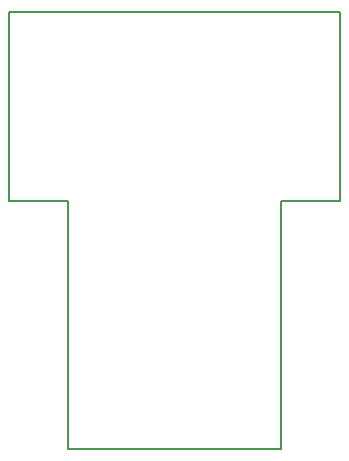
<source format=gbr>
%FSLAX46Y46*%
G04 Gerber Fmt 4.6, Leading zero omitted, Abs format (unit mm)*
G04 Created by KiCad (PCBNEW (2014-jul-16 BZR unknown)-product) date fre  8 aug 2014 14:25:07*
%MOMM*%
G01*
G04 APERTURE LIST*
%ADD10C,0.100000*%
%ADD11C,0.150000*%
G04 APERTURE END LIST*
D10*
D11*
X52000000Y-69000000D02*
X34000000Y-69000000D01*
X52000000Y-48000000D02*
X52000000Y-69000000D01*
X57000000Y-48000000D02*
X52000000Y-48000000D01*
X34000000Y-48000000D02*
X34000000Y-69000000D01*
X29000000Y-48000000D02*
X34000000Y-48000000D01*
X29000000Y-32000000D02*
X29000000Y-48000000D01*
X57000000Y-32000000D02*
X29000000Y-32000000D01*
X57000000Y-48000000D02*
X57000000Y-32000000D01*
M02*

</source>
